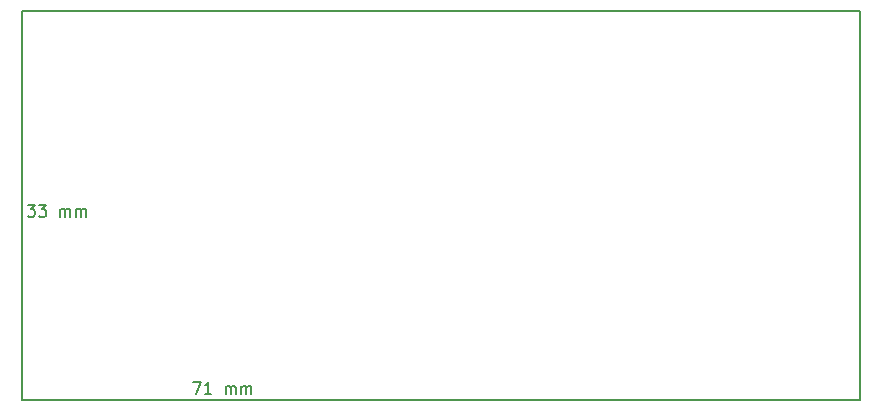
<source format=gbr>
%TF.GenerationSoftware,KiCad,Pcbnew,5.1.9*%
%TF.CreationDate,2021-06-26T11:45:32+02:00*%
%TF.ProjectId,breakout,62726561-6b6f-4757-942e-6b696361645f,rev?*%
%TF.SameCoordinates,Original*%
%TF.FileFunction,Other,ECO2*%
%FSLAX46Y46*%
G04 Gerber Fmt 4.6, Leading zero omitted, Abs format (unit mm)*
G04 Created by KiCad (PCBNEW 5.1.9) date 2021-06-26 11:45:32*
%MOMM*%
%LPD*%
G01*
G04 APERTURE LIST*
%ADD10C,0.150000*%
G04 APERTURE END LIST*
D10*
X123476190Y-73452380D02*
X124095238Y-73452380D01*
X123761904Y-73833333D01*
X123904761Y-73833333D01*
X124000000Y-73880952D01*
X124047619Y-73928571D01*
X124095238Y-74023809D01*
X124095238Y-74261904D01*
X124047619Y-74357142D01*
X124000000Y-74404761D01*
X123904761Y-74452380D01*
X123619047Y-74452380D01*
X123523809Y-74404761D01*
X123476190Y-74357142D01*
X124428571Y-73452380D02*
X125047619Y-73452380D01*
X124714285Y-73833333D01*
X124857142Y-73833333D01*
X124952380Y-73880952D01*
X125000000Y-73928571D01*
X125047619Y-74023809D01*
X125047619Y-74261904D01*
X125000000Y-74357142D01*
X124952380Y-74404761D01*
X124857142Y-74452380D01*
X124571428Y-74452380D01*
X124476190Y-74404761D01*
X124428571Y-74357142D01*
X126238095Y-74452380D02*
X126238095Y-73785714D01*
X126238095Y-73880952D02*
X126285714Y-73833333D01*
X126380952Y-73785714D01*
X126523809Y-73785714D01*
X126619047Y-73833333D01*
X126666666Y-73928571D01*
X126666666Y-74452380D01*
X126666666Y-73928571D02*
X126714285Y-73833333D01*
X126809523Y-73785714D01*
X126952380Y-73785714D01*
X127047619Y-73833333D01*
X127095238Y-73928571D01*
X127095238Y-74452380D01*
X127571428Y-74452380D02*
X127571428Y-73785714D01*
X127571428Y-73880952D02*
X127619047Y-73833333D01*
X127714285Y-73785714D01*
X127857142Y-73785714D01*
X127952380Y-73833333D01*
X128000000Y-73928571D01*
X128000000Y-74452380D01*
X128000000Y-73928571D02*
X128047619Y-73833333D01*
X128142857Y-73785714D01*
X128285714Y-73785714D01*
X128380952Y-73833333D01*
X128428571Y-73928571D01*
X128428571Y-74452380D01*
X137476190Y-88452380D02*
X138142857Y-88452380D01*
X137714285Y-89452380D01*
X139047619Y-89452380D02*
X138476190Y-89452380D01*
X138761904Y-89452380D02*
X138761904Y-88452380D01*
X138666666Y-88595238D01*
X138571428Y-88690476D01*
X138476190Y-88738095D01*
X140238095Y-89452380D02*
X140238095Y-88785714D01*
X140238095Y-88880952D02*
X140285714Y-88833333D01*
X140380952Y-88785714D01*
X140523809Y-88785714D01*
X140619047Y-88833333D01*
X140666666Y-88928571D01*
X140666666Y-89452380D01*
X140666666Y-88928571D02*
X140714285Y-88833333D01*
X140809523Y-88785714D01*
X140952380Y-88785714D01*
X141047619Y-88833333D01*
X141095238Y-88928571D01*
X141095238Y-89452380D01*
X141571428Y-89452380D02*
X141571428Y-88785714D01*
X141571428Y-88880952D02*
X141619047Y-88833333D01*
X141714285Y-88785714D01*
X141857142Y-88785714D01*
X141952380Y-88833333D01*
X142000000Y-88928571D01*
X142000000Y-89452380D01*
X142000000Y-88928571D02*
X142047619Y-88833333D01*
X142142857Y-88785714D01*
X142285714Y-88785714D01*
X142380952Y-88833333D01*
X142428571Y-88928571D01*
X142428571Y-89452380D01*
X194000000Y-57000000D02*
X123000000Y-57000000D01*
X194000000Y-90000000D02*
X194000000Y-57000000D01*
X123000000Y-90000000D02*
X194000000Y-90000000D01*
X123000000Y-57000000D02*
X123000000Y-90000000D01*
M02*

</source>
